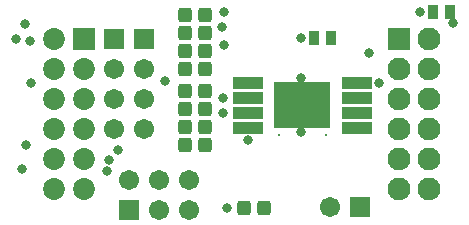
<source format=gts>
G04*
G04 #@! TF.GenerationSoftware,Altium Limited,Altium Designer,23.3.1 (30)*
G04*
G04 Layer_Color=8388736*
%FSLAX44Y44*%
%MOMM*%
G71*
G04*
G04 #@! TF.SameCoordinates,227133D6-10B2-4A23-B006-C6EDEEC3DFA4*
G04*
G04*
G04 #@! TF.FilePolarity,Negative*
G04*
G01*
G75*
G04:AMPARAMS|DCode=21|XSize=1.2032mm|YSize=1.1032mm|CornerRadius=0.2141mm|HoleSize=0mm|Usage=FLASHONLY|Rotation=90.000|XOffset=0mm|YOffset=0mm|HoleType=Round|Shape=RoundedRectangle|*
%AMROUNDEDRECTD21*
21,1,1.2032,0.6750,0,0,90.0*
21,1,0.7750,1.1032,0,0,90.0*
1,1,0.4282,0.3375,0.3875*
1,1,0.4282,0.3375,-0.3875*
1,1,0.4282,-0.3375,-0.3875*
1,1,0.4282,-0.3375,0.3875*
%
%ADD21ROUNDEDRECTD21*%
%ADD22R,0.9532X1.1532*%
%ADD23R,2.5032X1.0532*%
%ADD24R,4.7032X4.0032*%
%ADD25R,1.7032X1.7032*%
%ADD26C,1.7032*%
%ADD27R,1.8542X1.8542*%
%ADD28C,1.8542*%
%ADD29R,1.7032X1.7032*%
%ADD30C,0.2032*%
%ADD31C,1.9304*%
%ADD32R,1.8796X1.8796*%
%ADD33C,0.8128*%
D21*
X419980Y425958D02*
D03*
X402980D02*
D03*
X419980Y410718D02*
D03*
X402980D02*
D03*
X419980Y316230D02*
D03*
X402980D02*
D03*
X419980Y331470D02*
D03*
X402980D02*
D03*
X419980Y346710D02*
D03*
X402980D02*
D03*
X419980Y361950D02*
D03*
X402980D02*
D03*
X419980Y395478D02*
D03*
X402980D02*
D03*
X419980Y380238D02*
D03*
X402980D02*
D03*
X469900Y263144D02*
D03*
X452900D02*
D03*
D22*
X613268Y429260D02*
D03*
X627268D02*
D03*
X512684Y406654D02*
D03*
X526684D02*
D03*
D23*
X548600Y369170D02*
D03*
Y343770D02*
D03*
Y356470D02*
D03*
Y331070D02*
D03*
X456600D02*
D03*
Y343770D02*
D03*
Y356470D02*
D03*
Y369170D02*
D03*
D24*
X502600Y350120D02*
D03*
D25*
X551180Y264160D02*
D03*
X355600Y261620D02*
D03*
D26*
X525780Y264160D02*
D03*
X368300Y381000D02*
D03*
Y355600D02*
D03*
Y330200D02*
D03*
X342900Y381000D02*
D03*
Y355600D02*
D03*
Y330200D02*
D03*
X355600Y287020D02*
D03*
X381000Y261620D02*
D03*
Y287020D02*
D03*
X406400Y261620D02*
D03*
Y287020D02*
D03*
D27*
X317500Y406400D02*
D03*
D28*
Y381000D02*
D03*
Y355600D02*
D03*
Y330200D02*
D03*
Y304800D02*
D03*
Y279400D02*
D03*
X292100Y406400D02*
D03*
Y381000D02*
D03*
Y355600D02*
D03*
Y330200D02*
D03*
Y304800D02*
D03*
Y279400D02*
D03*
D29*
X368300Y406400D02*
D03*
X342900D02*
D03*
D30*
X522600Y325120D02*
D03*
X482600D02*
D03*
D31*
X609600Y279400D02*
D03*
Y304800D02*
D03*
Y330200D02*
D03*
Y355600D02*
D03*
Y381000D02*
D03*
Y406400D02*
D03*
X584200Y279400D02*
D03*
Y304800D02*
D03*
Y330200D02*
D03*
Y355600D02*
D03*
Y381000D02*
D03*
D32*
Y406400D02*
D03*
D33*
X346456Y312420D02*
D03*
X501142Y326898D02*
D03*
Y372872D02*
D03*
X435756Y356470D02*
D03*
X435502Y343770D02*
D03*
X456438Y320294D02*
D03*
X271780Y404368D02*
D03*
X267970Y418846D02*
D03*
X260141Y406223D02*
D03*
X436626Y401066D02*
D03*
X434427Y415885D02*
D03*
X436600Y428498D02*
D03*
X273050Y368808D02*
D03*
X268732Y316230D02*
D03*
X339090Y303784D02*
D03*
X265430Y295656D02*
D03*
X337312Y294386D02*
D03*
X386334Y370586D02*
D03*
X439166Y263144D02*
D03*
X559054Y394462D02*
D03*
X602488Y429260D02*
D03*
X501396Y406654D02*
D03*
X567182Y369170D02*
D03*
X630174Y419354D02*
D03*
M02*

</source>
